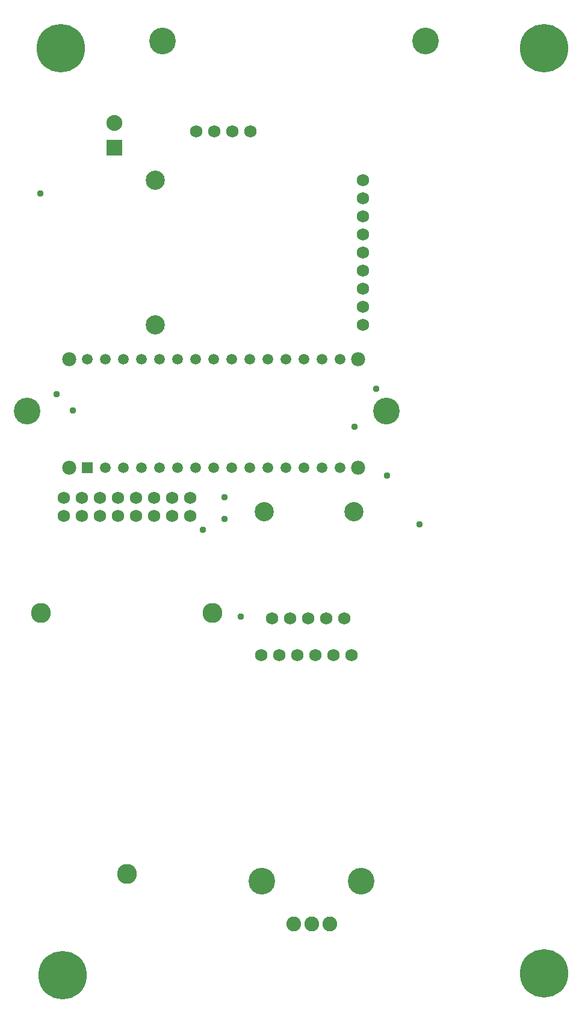
<source format=gbr>
G04 EAGLE Gerber RS-274X export*
G75*
%MOMM*%
%FSLAX34Y34*%
%LPD*%
%INSoldermask Bottom*%
%IPPOS*%
%AMOC8*
5,1,8,0,0,1.08239X$1,22.5*%
G01*
%ADD10C,6.803200*%
%ADD11C,3.743200*%
%ADD12C,1.981200*%
%ADD13R,1.511200X1.511200*%
%ADD14C,1.511200*%
%ADD15R,2.235200X2.235200*%
%ADD16C,2.235200*%
%ADD17C,2.082800*%
%ADD18C,1.727200*%
%ADD19C,2.803200*%
%ADD20C,2.703200*%
%ADD21C,0.959600*%


D10*
X97500Y1400000D03*
X100000Y97500D03*
X777500Y100000D03*
X777500Y1400000D03*
D11*
X520000Y230000D03*
X380000Y230000D03*
X50000Y890000D03*
X555000Y890000D03*
X240000Y1410000D03*
X610000Y1410000D03*
D12*
X109500Y810400D03*
D13*
X134900Y810400D03*
D14*
X160300Y810400D03*
X185700Y810400D03*
X211100Y810400D03*
X236500Y810400D03*
X261900Y810400D03*
X287300Y810400D03*
X312700Y810400D03*
X338100Y810400D03*
X363500Y810400D03*
X388900Y810400D03*
X414300Y810400D03*
X439700Y810400D03*
X465100Y810400D03*
X490500Y810400D03*
X490500Y962800D03*
X465100Y962800D03*
X439700Y962800D03*
X414300Y962800D03*
X388900Y962800D03*
X363500Y962800D03*
X338100Y962800D03*
X312700Y962800D03*
X287300Y962800D03*
X261900Y962800D03*
X236500Y962800D03*
X211100Y962800D03*
X185700Y962800D03*
X160300Y962800D03*
X134900Y962800D03*
D12*
X109500Y962800D03*
X515900Y962800D03*
X515900Y810400D03*
D15*
X172500Y1260000D03*
D16*
X172500Y1295000D03*
D17*
X425000Y170000D03*
X450400Y170000D03*
X475800Y170000D03*
D18*
X506000Y547500D03*
X480600Y547500D03*
X455200Y547500D03*
X429800Y547500D03*
X404400Y547500D03*
X379000Y547500D03*
D19*
X190000Y240200D03*
X69000Y606300D03*
X311000Y606300D03*
D18*
X101100Y743100D03*
X126500Y743100D03*
X151900Y743100D03*
X177300Y743100D03*
X202700Y743100D03*
X228100Y743100D03*
X253500Y743100D03*
X278900Y743100D03*
X278900Y768500D03*
X253500Y768500D03*
X228100Y768500D03*
X202700Y768500D03*
X177300Y768500D03*
X151900Y768500D03*
X126500Y768500D03*
X101100Y768500D03*
X394200Y598800D03*
X419600Y598800D03*
X445000Y598800D03*
X470400Y598800D03*
X495800Y598800D03*
D20*
X510000Y748470D03*
X383400Y748470D03*
D18*
X522000Y1214300D03*
X522000Y1188900D03*
X522000Y1163500D03*
X522000Y1138100D03*
X522000Y1112700D03*
X522000Y1087300D03*
X522000Y1061900D03*
X522000Y1036500D03*
X522000Y1011100D03*
D20*
X229900Y1214300D03*
X229900Y1011100D03*
D18*
X364020Y1283150D03*
X313220Y1283150D03*
X287820Y1283150D03*
X338620Y1283150D03*
D21*
X510540Y868680D03*
X297180Y723900D03*
X91440Y914400D03*
X114300Y891540D03*
X541020Y922020D03*
X601980Y731520D03*
X327660Y739140D03*
X327660Y769620D03*
X68580Y1196340D03*
X350520Y601980D03*
X556260Y800100D03*
M02*

</source>
